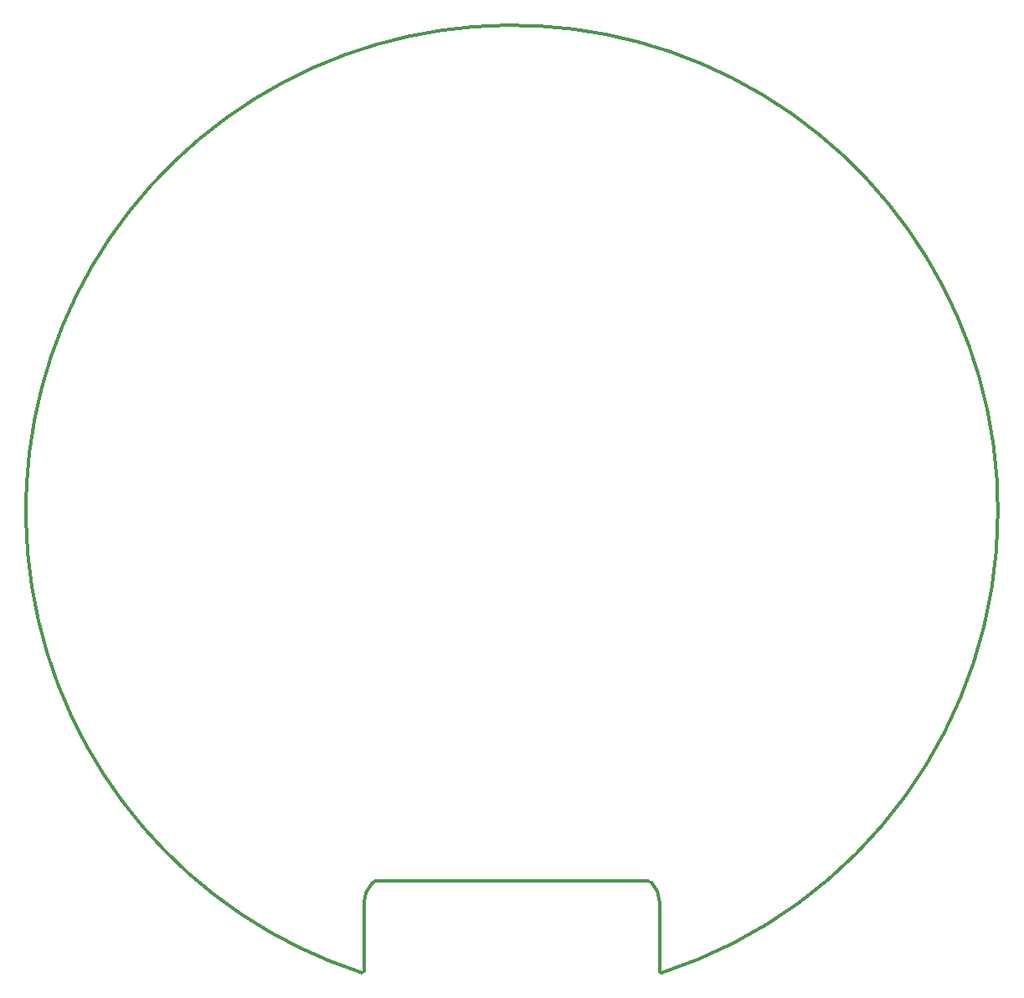
<source format=gko>
G04 Layer_Color=16720538*
%FSLAX24Y24*%
%MOIN*%
G70*
G01*
G75*
%ADD814C,0.0118*%
D814*
X17652Y5216D02*
G03*
X17729Y5272I18J56D01*
G01*
D02*
G03*
X17729Y5273I-59J0D01*
G01*
X18065Y8790D02*
G03*
X17729Y7978I812J-812D01*
G01*
X18309Y8891D02*
G03*
X18065Y8790I0J-344D01*
G01*
X29532Y5230D02*
G03*
X29592Y5216I42J42D01*
G01*
X29508Y5279D02*
G03*
X29525Y5237I59J0D01*
G01*
X29508Y5279D02*
G03*
X29525Y5237I59J0D01*
G01*
X29532Y5230D02*
G03*
X29592Y5216I42J42D01*
G01*
X29172Y8823D02*
G03*
X29009Y8891I-162J-162D01*
G01*
X29508Y8012D02*
G03*
X29172Y8823I-1148J0D01*
G01*
X29592Y5216D02*
G03*
X42972Y23622I-5970J18406D01*
G01*
D02*
G03*
X17652Y5216I-19350J0D01*
G01*
X17729Y5272D02*
Y5273D01*
Y7978D01*
X18309Y8891D02*
X29009D01*
X29525Y5237D02*
X29532Y5230D01*
X29508Y5279D02*
Y8012D01*
M02*

</source>
